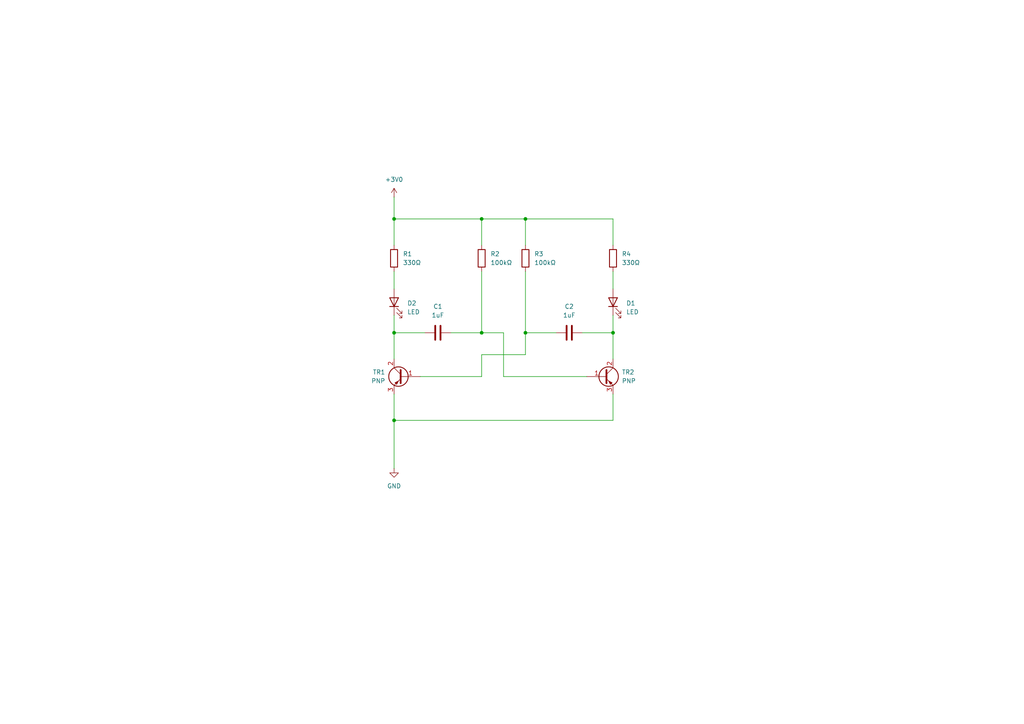
<source format=kicad_sch>
(kicad_sch (version 20231120) (generator "eeschema") (generator_version "8.0")
  (paper "A4")
  (title_block (title "ピカピカ基板") (date "2024-04-21") (rev "1.0"))
  (lib_symbols
    (symbol "Device:C" (pin_numbers hide) (pin_names (offset 0.254))
      (property "Reference" "C" (at 0.635 2.54 0))
      (property "Value" "C" (at 0.635 -2.54 0))
      (symbol "C_0_1"
        (polyline (pts (xy -2.032 -0.762) (xy 2.032 -0.762)) (stroke (width 0.508)))
        (polyline (pts (xy -2.032 0.762) (xy 2.032 0.762)) (stroke (width 0.508)))
      )
      (symbol "C_1_1"
        (pin passive line (at 0 3.81 270) (length 2.794) (name "~") (number "1"))
        (pin passive line (at 0 -3.81 90) (length 2.794) (name "~") (number "2"))
      )
    )
    (symbol "Device:LED" (pin_numbers hide) (pin_names (offset 1.016) hide)
      (property "Reference" "D" (at 0 2.54 0))
      (property "Value" "LED" (at 0 -2.54 0))
      (symbol "LED_0_1"
        (polyline (pts (xy -1.27 -1.27) (xy -1.27 1.27)) (stroke (width 0.254)))
        (polyline (pts (xy -1.27 0) (xy 1.27 0)))
        (polyline (pts (xy 1.27 -1.27) (xy 1.27 1.27) (xy -1.27 0) (xy 1.27 -1.27)) (stroke (width 0.254)))
        (polyline (pts (xy -3.048 -0.762) (xy -4.572 -2.286) (xy -3.81 -2.286) (xy -4.572 -2.286) (xy -4.572 -1.524)))
        (polyline (pts (xy -1.778 -0.762) (xy -3.302 -2.286) (xy -2.54 -2.286) (xy -3.302 -2.286) (xy -3.302 -1.524)))
      )
      (symbol "LED_1_1"
        (pin passive line (at -3.81 0 0) (length 2.54) (name "K") (number "1"))
        (pin passive line (at 3.81 0 180) (length 2.54) (name "A") (number "2"))
      )
    )
    (symbol "Device:Q_PNP_BCE" (pin_names (offset 0) hide)
      (property "Reference" "Q" (at 5.08 1.27 0))
      (property "Value" "Q_PNP_BCE" (at 5.08 -1.27 0))
      (symbol "Q_PNP_BCE_0_1"
        (polyline (pts (xy 0.635 0.635) (xy 2.54 2.54)))
        (polyline (pts (xy 0.635 -0.635) (xy 2.54 -2.54) (xy 2.54 -2.54)))
        (polyline (pts (xy 0.635 1.905) (xy 0.635 -1.905) (xy 0.635 -1.905)) (stroke (width 0.508)))
        (polyline (pts (xy 2.286 -1.778) (xy 1.778 -2.286) (xy 1.27 -1.27) (xy 2.286 -1.778) (xy 2.286 -1.778)) (fill (type outline)))
        (circle (center 1.27 0) (radius 2.8194) (stroke (width 0.254)))
      )
      (symbol "Q_PNP_BCE_1_1"
        (pin input line (at -5.08 0 0) (length 5.715) (name "B") (number "1"))
        (pin passive line (at 2.54 5.08 270) (length 2.54) (name "C") (number "2"))
        (pin passive line (at 2.54 -5.08 90) (length 2.54) (name "E") (number "3"))
      )
    )
    (symbol "Device:R" (pin_numbers hide) (pin_names (offset 0))
      (property "Reference" "R" (at 2.032 0 90))
      (property "Value" "R" (at 0 0 90))
      (symbol "R_0_1"
        (rectangle (start -1.016 -2.54) (end 1.016 2.54) (stroke (width 0.254)))
      )
      (symbol "R_1_1"
        (pin passive line (at 0 3.81 270) (length 1.27) (name "~") (number "1"))
        (pin passive line (at 0 -3.81 90) (length 1.27) (name "~") (number "2"))
      )
    )
    (symbol "power:+3V0" (power) (pin_numbers hide) (pin_names (offset 0) hide)
      (property "Value" "+3V0" (at 0 3.556 0))
      (symbol "+3V0_0_1"
        (polyline (pts (xy -0.762 1.27) (xy 0 2.54)))
        (polyline (pts (xy 0 0) (xy 0 2.54)))
        (polyline (pts (xy 0 2.54) (xy 0.762 1.27)))
      )
      (symbol "+3V0_1_1"
        (pin power_in line (at 0 0 90) (length 0) (name "~") (number "1"))
      )
    )
    (symbol "power:GND" (power) (pin_numbers hide) (pin_names (offset 0) hide)
      (property "Value" "GND" (at 0 -3.81 0))
      (symbol "GND_0_1"
        (polyline (pts (xy 0 0) (xy 0 -1.27) (xy 1.27 -1.27) (xy 0 -2.54) (xy -1.27 -1.27) (xy 0 -1.27)))
      )
      (symbol "GND_1_1"
        (pin power_in line (at 0 0 270) (length 0) (name "~") (number "1"))
      )
    )
  )
  (junction (at 139.7 96.52))
  (junction (at 177.8 96.52))
  (junction (at 114.3 96.52))
  (junction (at 152.4 63.5))
  (junction (at 152.4 96.52))
  (junction (at 114.3 63.5))
  (junction (at 139.7 63.5))
  (junction (at 114.3 121.92))
  (wire (pts (xy 114.3 57.15) (xy 114.3 63.5)))
  (wire (pts (xy 114.3 96.52) (xy 114.3 104.14)))
  (wire (pts (xy 152.4 96.52) (xy 161.29 96.52)))
  (wire (pts (xy 152.4 96.52) (xy 152.4 102.87)))
  (wire (pts (xy 114.3 96.52) (xy 123.19 96.52)))
  (wire (pts (xy 114.3 78.74) (xy 114.3 83.82)))
  (wire (pts (xy 114.3 63.5) (xy 139.7 63.5)))
  (wire (pts (xy 114.3 114.3) (xy 114.3 121.92)))
  (wire (pts (xy 139.7 96.52) (xy 130.81 96.52)))
  (wire (pts (xy 139.7 102.87) (xy 139.7 109.22)))
  (wire (pts (xy 177.8 91.44) (xy 177.8 96.52)))
  (wire (pts (xy 139.7 78.74) (xy 139.7 96.52)))
  (wire (pts (xy 121.92 109.22) (xy 139.7 109.22)))
  (wire (pts (xy 114.3 91.44) (xy 114.3 96.52)))
  (wire (pts (xy 152.4 102.87) (xy 139.7 102.87)))
  (wire (pts (xy 114.3 63.5) (xy 114.3 71.12)))
  (wire (pts (xy 146.05 109.22) (xy 146.05 96.52)))
  (wire (pts (xy 139.7 63.5) (xy 139.7 71.12)))
  (wire (pts (xy 114.3 135.89) (xy 114.3 121.92)))
  (wire (pts (xy 177.8 121.92) (xy 114.3 121.92)))
  (wire (pts (xy 139.7 63.5) (xy 152.4 63.5)))
  (wire (pts (xy 152.4 78.74) (xy 152.4 96.52)))
  (wire (pts (xy 177.8 63.5) (xy 177.8 71.12)))
  (wire (pts (xy 177.8 96.52) (xy 168.91 96.52)))
  (wire (pts (xy 152.4 63.5) (xy 152.4 71.12)))
  (wire (pts (xy 146.05 109.22) (xy 170.18 109.22)))
  (wire (pts (xy 152.4 63.5) (xy 177.8 63.5)))
  (wire (pts (xy 177.8 96.52) (xy 177.8 104.14)))
  (wire (pts (xy 177.8 78.74) (xy 177.8 83.82)))
  (wire (pts (xy 177.8 114.3) (xy 177.8 121.92)))
  (wire (pts (xy 146.05 96.52) (xy 139.7 96.52)))
  (symbol (lib_id "Device:Q_PNP_BCE") (at 116.84 109.22 0) (mirror y) (unit 1)
    (property "Reference" "TR1" (at 111.76 107.9499 0) (effects (justify left)))
    (property "Value" "PNP" (at 111.76 110.4899 0) (effects (justify left)))
    (property "Description" "PNP transistor, base/collector/emitter" (effects (hide yes)))
  )
  (symbol (lib_id "Device:LED") (at 114.3 87.63 90) (unit 1)
    (property "Reference" "D2" (at 118.11 87.9474 90) (effects (justify right)))
    (property "Value" "LED" (at 118.11 90.4874 90) (effects (justify right)))
    (property "Description" "Light emitting diode" (effects (hide yes)))
  )
  (symbol (lib_id "Device:C") (at 127 96.52 90) (unit 1)
    (property "Reference" "C1" (at 127 88.9 90))
    (property "Value" "1uF" (at 127 91.44 90))
    (property "Description" "Unpolarized capacitor" (effects (hide yes)))
  )
  (symbol (lib_id "power:+3V0") (at 114.3 57.15 0) (unit 1)
    (property "Reference" "#PWR01" (effects (hide yes)))
    (property "Value" "+3V0" (at 114.3 52.07 0))
    (property "Description" "Power symbol creates a global label with name \"+3V0\"" (effects (hide yes)))
  )
  (symbol (lib_id "power:GND") (at 114.3 135.89 0) (unit 1)
    (property "Reference" "#PWR02" (effects (hide yes)))
    (property "Value" "GND" (at 114.3 140.97 0))
    (property "Description" "Power symbol creates a global label with name \"GND\" , ground" (effects (hide yes)))
  )
  (symbol (lib_id "Device:R") (at 114.3 74.93 0) (unit 1)
    (property "Reference" "R1" (at 116.84 73.6599 0) (effects (justify left)))
    (property "Value" "330Ω" (at 116.84 76.1999 0) (effects (justify left)))
    (property "Description" "Resistor" (effects (hide yes)))
  )
  (symbol (lib_id "Device:R") (at 152.4 74.93 0) (unit 1)
    (property "Reference" "R3" (at 154.94 73.6599 0) (effects (justify left)))
    (property "Value" "100kΩ" (at 154.94 76.1999 0) (effects (justify left)))
    (property "Description" "Resistor" (effects (hide yes)))
  )
  (symbol (lib_id "Device:R") (at 139.7 74.93 0) (unit 1)
    (property "Reference" "R2" (at 142.24 73.6599 0) (effects (justify left)))
    (property "Value" "100kΩ" (at 142.24 76.1999 0) (effects (justify left)))
    (property "Description" "Resistor" (effects (hide yes)))
  )
  (symbol (lib_id "Device:C") (at 165.1 96.52 90) (unit 1)
    (property "Reference" "C2" (at 165.1 88.9 90))
    (property "Value" "1uF" (at 165.1 91.44 90))
    (property "Description" "Unpolarized capacitor" (effects (hide yes)))
  )
  (symbol (lib_id "Device:R") (at 177.8 74.93 0) (unit 1)
    (property "Reference" "R4" (at 180.34 73.6599 0) (effects (justify left)))
    (property "Value" "330Ω" (at 180.34 76.1999 0) (effects (justify left)))
    (property "Description" "Resistor" (effects (hide yes)))
  )
  (symbol (lib_id "Device:LED") (at 177.8 87.63 90) (unit 1)
    (property "Reference" "D1" (at 181.61 87.9474 90) (effects (justify right)))
    (property "Value" "LED" (at 181.61 90.4874 90) (effects (justify right)))
    (property "Description" "Light emitting diode" (effects (hide yes)))
  )
  (symbol (lib_id "Device:Q_PNP_BCE") (at 175.26 109.22 0) (unit 1)
    (property "Reference" "TR2" (at 180.34 107.9499 0) (effects (justify left)))
    (property "Value" "PNP" (at 180.34 110.4899 0) (effects (justify left)))
    (property "Description" "PNP transistor, base/collector/emitter" (effects (hide yes)))
  )
)
</source>
